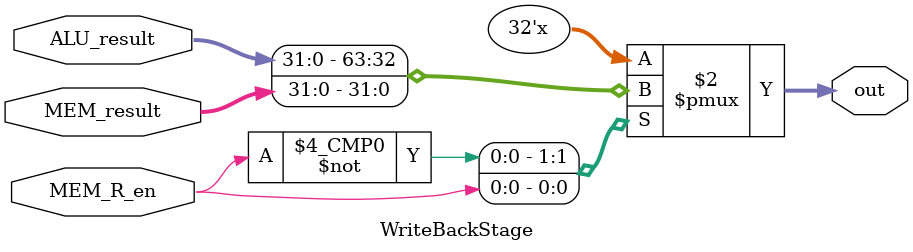
<source format=v>
module WriteBackStage(
    ALU_result,
    MEM_result,
    MEM_R_en,
    out
);

	input  [31:0]ALU_result;
	input  [31:0]MEM_result;
	input  MEM_R_en;
	output [31:0]out;
	reg	   [31:0]out;
	
	always @(MEM_R_en, ALU_result, MEM_result) 
		case (MEM_R_en)
			1'b0  : out = ALU_result;
			1'b1  : out = MEM_result;			
		endcase
			
endmodule
</source>
